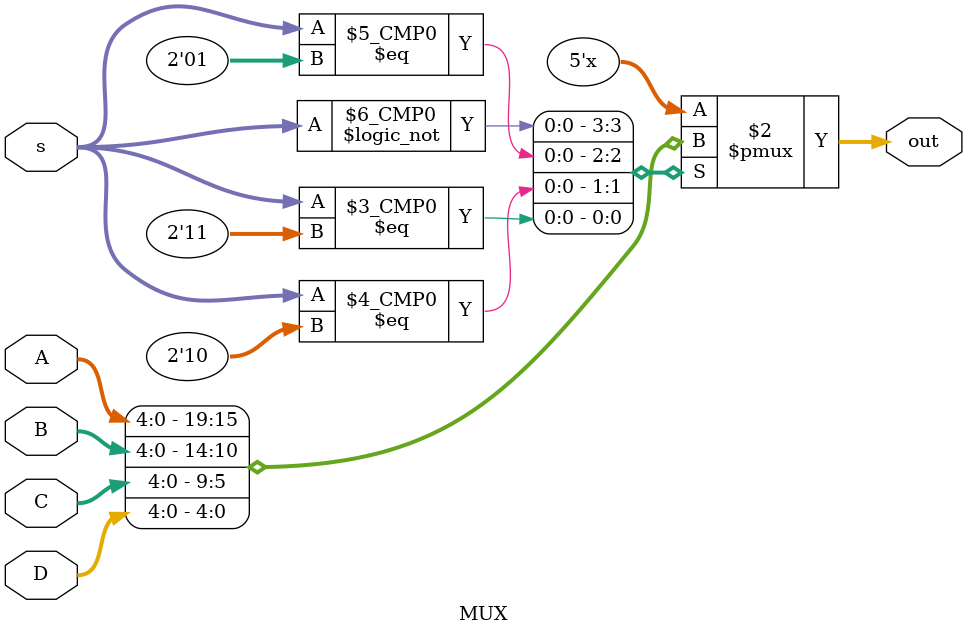
<source format=v>
module MUX(A, B, C, D, s, out);
input [4:0] A, B, C, D;
input [1:0] s;
output reg [4:0] out;

always@(s, A, B, C, D)
begin
case(s)
	2'b00 : out = A;
	2'b01 : out = B;
	2'b10 : out = C;
	2'b11 : out = D;
endcase
end

endmodule

</source>
